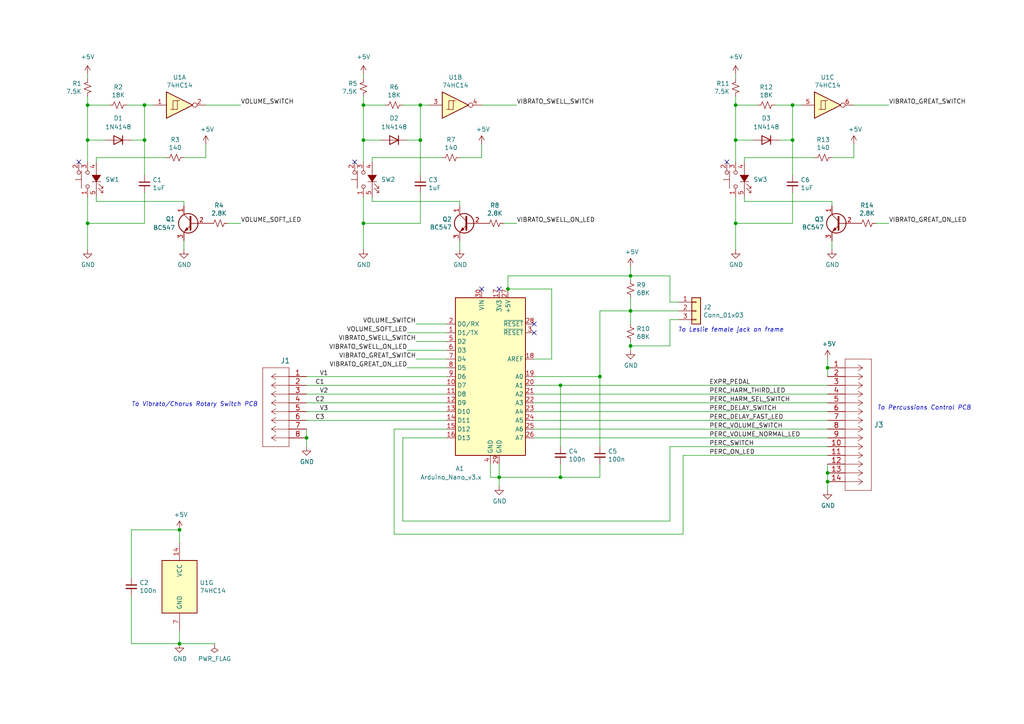
<source format=kicad_sch>
(kicad_sch (version 20211123) (generator eeschema)
  (paper "A4")
  (title_block (title "B3 Vibrato Chorus & Leslie Controls") (date "2022-02-19") (rev "1.0") (company "Picherie"))
  (lib_symbols
    (symbol "74xx:74HC14" (pin_names (offset 1.016))
      (property "Reference" "U" (at 0 1.27 0))
      (property "Value" "74HC14" (at 0 -1.27 0))
      (symbol "74HC14_1_0"
        (polyline (pts (xy -3.81 3.81) (xy -3.81 -3.81) (xy 3.81 0) (xy -3.81 3.81)) (stroke (width 0.254)) (fill (type background)))
        (pin input line (at -7.62 0 0) (length 3.81) (name "~") (number "1"))
        (pin output inverted (at 7.62 0 180) (length 3.81) (name "~") (number "2"))
      )
      (symbol "74HC14_1_1"
        (polyline (pts (xy -1.905 -1.27) (xy -1.905 1.27) (xy -0.635 1.27)))
        (polyline (pts (xy -2.54 -1.27) (xy -0.635 -1.27) (xy -0.635 1.27) (xy 0 1.27)))
      )
      (symbol "74HC14_2_0"
        (polyline (pts (xy -3.81 3.81) (xy -3.81 -3.81) (xy 3.81 0) (xy -3.81 3.81)) (stroke (width 0.254)) (fill (type background)))
        (pin input line (at -7.62 0 0) (length 3.81) (name "~") (number "3"))
        (pin output inverted (at 7.62 0 180) (length 3.81) (name "~") (number "4"))
      )
      (symbol "74HC14_2_1"
        (polyline (pts (xy -1.905 -1.27) (xy -1.905 1.27) (xy -0.635 1.27)))
        (polyline (pts (xy -2.54 -1.27) (xy -0.635 -1.27) (xy -0.635 1.27) (xy 0 1.27)))
      )
      (symbol "74HC14_3_0"
        (polyline (pts (xy -3.81 3.81) (xy -3.81 -3.81) (xy 3.81 0) (xy -3.81 3.81)) (stroke (width 0.254)) (fill (type background)))
        (pin input line (at -7.62 0 0) (length 3.81) (name "~") (number "5"))
        (pin output inverted (at 7.62 0 180) (length 3.81) (name "~") (number "6"))
      )
      (symbol "74HC14_3_1"
        (polyline (pts (xy -1.905 -1.27) (xy -1.905 1.27) (xy -0.635 1.27)))
        (polyline (pts (xy -2.54 -1.27) (xy -0.635 -1.27) (xy -0.635 1.27) (xy 0 1.27)))
      )
      (symbol "74HC14_4_0"
        (polyline (pts (xy -3.81 3.81) (xy -3.81 -3.81) (xy 3.81 0) (xy -3.81 3.81)) (stroke (width 0.254)) (fill (type background)))
        (pin output inverted (at 7.62 0 180) (length 3.81) (name "~") (number "8"))
        (pin input line (at -7.62 0 0) (length 3.81) (name "~") (number "9"))
      )
      (symbol "74HC14_4_1"
        (polyline (pts (xy -1.905 -1.27) (xy -1.905 1.27) (xy -0.635 1.27)))
        (polyline (pts (xy -2.54 -1.27) (xy -0.635 -1.27) (xy -0.635 1.27) (xy 0 1.27)))
      )
      (symbol "74HC14_5_0"
        (polyline (pts (xy -3.81 3.81) (xy -3.81 -3.81) (xy 3.81 0) (xy -3.81 3.81)) (stroke (width 0.254)) (fill (type background)))
        (pin output inverted (at 7.62 0 180) (length 3.81) (name "~") (number "10"))
        (pin input line (at -7.62 0 0) (length 3.81) (name "~") (number "11"))
      )
      (symbol "74HC14_5_1"
        (polyline (pts (xy -1.905 -1.27) (xy -1.905 1.27) (xy -0.635 1.27)))
        (polyline (pts (xy -2.54 -1.27) (xy -0.635 -1.27) (xy -0.635 1.27) (xy 0 1.27)))
      )
      (symbol "74HC14_6_0"
        (polyline (pts (xy -3.81 3.81) (xy -3.81 -3.81) (xy 3.81 0) (xy -3.81 3.81)) (stroke (width 0.254)) (fill (type background)))
        (pin output inverted (at 7.62 0 180) (length 3.81) (name "~") (number "12"))
        (pin input line (at -7.62 0 0) (length 3.81) (name "~") (number "13"))
      )
      (symbol "74HC14_6_1"
        (polyline (pts (xy -1.905 -1.27) (xy -1.905 1.27) (xy -0.635 1.27)))
        (polyline (pts (xy -2.54 -1.27) (xy -0.635 -1.27) (xy -0.635 1.27) (xy 0 1.27)))
      )
      (symbol "74HC14_7_0"
        (pin power_in line (at 0 12.7 270) (length 5.08) (name "VCC") (number "14"))
        (pin power_in line (at 0 -12.7 90) (length 5.08) (name "GND") (number "7"))
      )
      (symbol "74HC14_7_1"
        (rectangle (start -5.08 7.62) (end 5.08 -7.62) (stroke (width 0.254)) (fill (type background)))
      )
    )
    (symbol "B3_Switches_Library:E-SWITCH-SW_Push_LED" (pin_names (offset 1.016) hide)
      (property "Reference" "SW" (at -3.556 6.604 0))
      (property "Value" "E-SWITCH-SW_Push_LED" (at 0 -3.175 0))
      (symbol "E-SWITCH-SW_Push_LED_0_0"
        (polyline (pts (xy -3.81 -1.905) (xy -2.54 -0.635)))
        (polyline (pts (xy -2.54 -1.905) (xy -1.27 -0.635)))
        (polyline (pts (xy -2.54 0) (xy 2.54 0)))
        (polyline (pts (xy -0.635 1.27) (xy -0.635 -1.27)))
        (polyline (pts (xy -3.81 -1.27) (xy -3.81 -1.905) (xy -3.175 -1.905)))
        (polyline (pts (xy -2.54 -1.27) (xy -2.54 -1.905) (xy -1.905 -1.905)))
        (polyline (pts (xy -0.635 0) (xy 1.27 1.27) (xy 1.27 -1.27) (xy -0.635 0)) (fill (type outline)))
      )
      (symbol "E-SWITCH-SW_Push_LED_0_1"
        (circle (center -2.032 2.54) (radius 0.508))
        (polyline (pts (xy 0 4.318) (xy 0 6.096)))
        (polyline (pts (xy 2.54 4.318) (xy -2.54 4.318)))
        (circle (center 2.032 2.54) (radius 0.508))
        (circle (center 2.032 5.08) (radius 0.508))
        (pin passive line (at -5.08 2.54 0) (length 2.54) (name "1") (number "1"))
        (pin passive line (at 5.08 5.08 180) (length 2.54) (name "2") (number "2"))
        (pin passive line (at 5.08 2.54 180) (length 2.54) (name "3") (number "3"))
        (pin passive line (at 5.08 0 180) (length 2.54) (name "A") (number "4"))
        (pin passive line (at -5.08 0 0) (length 2.54) (name "K") (number "5"))
      )
    )
    (symbol "Connector_Generic:Conn_01x03" (pin_names (offset 1.016) hide)
      (property "Reference" "J" (at 0 5.08 0))
      (property "Value" "Conn_01x03" (at 0 -5.08 0))
      (symbol "Conn_01x03_1_1"
        (rectangle (start -1.27 -2.413) (end 0 -2.667) (stroke (width 0.1524)))
        (rectangle (start -1.27 0.127) (end 0 -0.127) (stroke (width 0.1524)))
        (rectangle (start -1.27 2.667) (end 0 2.413) (stroke (width 0.1524)))
        (rectangle (start -1.27 3.81) (end 1.27 -3.81) (stroke (width 0.254)) (fill (type background)))
        (pin passive line (at -5.08 2.54 0) (length 3.81) (name "Pin_1") (number "1"))
        (pin passive line (at -5.08 0 0) (length 3.81) (name "Pin_2") (number "2"))
        (pin passive line (at -5.08 -2.54 0) (length 3.81) (name "Pin_3") (number "3"))
      )
    )
    (symbol "Device:C_Small" (pin_numbers hide) (pin_names (offset 0.254) hide)
      (property "Reference" "C" (at 0.254 1.778 0))
      (property "Value" "C_Small" (at 0.254 -2.032 0))
      (symbol "C_Small_0_1"
        (polyline (pts (xy -1.524 -0.508) (xy 1.524 -0.508)) (stroke (width 0.3302)))
        (polyline (pts (xy -1.524 0.508) (xy 1.524 0.508)) (stroke (width 0.3048)))
      )
      (symbol "C_Small_1_1"
        (pin passive line (at 0 2.54 270) (length 2.032) (name "~") (number "1"))
        (pin passive line (at 0 -2.54 90) (length 2.032) (name "~") (number "2"))
      )
    )
    (symbol "Device:R_Small_US" (pin_numbers hide) (pin_names (offset 0.254) hide)
      (property "Reference" "R" (at 0.762 0.508 0))
      (property "Value" "R_Small_US" (at 0.762 -1.016 0))
      (symbol "R_Small_US_1_1"
        (polyline (pts (xy 0 0) (xy 1.016 -0.381) (xy 0 -0.762) (xy -1.016 -1.143) (xy 0 -1.524)))
        (polyline (pts (xy 0 1.524) (xy 1.016 1.143) (xy 0 0.762) (xy -1.016 0.381) (xy 0 0)))
        (pin passive line (at 0 2.54 270) (length 1.016) (name "~") (number "1"))
        (pin passive line (at 0 -2.54 90) (length 1.016) (name "~") (number "2"))
      )
    )
    (symbol "Diode:1N4148" (pin_numbers hide) (pin_names (offset 1.016) hide)
      (property "Reference" "D" (at 0 2.54 0))
      (property "Value" "1N4148" (at 0 -2.54 0))
      (symbol "1N4148_0_1"
        (polyline (pts (xy -1.27 1.27) (xy -1.27 -1.27)) (stroke (width 0.254)))
        (polyline (pts (xy 1.27 0) (xy -1.27 0)))
        (polyline (pts (xy 1.27 1.27) (xy 1.27 -1.27) (xy -1.27 0) (xy 1.27 1.27)) (stroke (width 0.254)))
      )
      (symbol "1N4148_1_1"
        (pin passive line (at -3.81 0 0) (length 2.54) (name "K") (number "1"))
        (pin passive line (at 3.81 0 180) (length 2.54) (name "A") (number "2"))
      )
    )
    (symbol "MCU_Module:Arduino_Nano_v3.x"
      (property "Reference" "A" (at -10.16 23.495 0))
      (property "Value" "Arduino_Nano_v3.x" (at 5.08 -24.13 0))
      (symbol "Arduino_Nano_v3.x_0_1"
        (rectangle (start -10.16 22.86) (end 10.16 -22.86) (stroke (width 0.254)) (fill (type background)))
      )
      (symbol "Arduino_Nano_v3.x_1_1"
        (pin bidirectional line (at -12.7 12.7 0) (length 2.54) (name "D1/TX") (number "1"))
        (pin bidirectional line (at -12.7 -2.54 0) (length 2.54) (name "D7") (number "10"))
        (pin bidirectional line (at -12.7 -5.08 0) (length 2.54) (name "D8") (number "11"))
        (pin bidirectional line (at -12.7 -7.62 0) (length 2.54) (name "D9") (number "12"))
        (pin bidirectional line (at -12.7 -10.16 0) (length 2.54) (name "D10") (number "13"))
        (pin bidirectional line (at -12.7 -12.7 0) (length 2.54) (name "D11") (number "14"))
        (pin bidirectional line (at -12.7 -15.24 0) (length 2.54) (name "D12") (number "15"))
        (pin bidirectional line (at -12.7 -17.78 0) (length 2.54) (name "D13") (number "16"))
        (pin power_out line (at 2.54 25.4 270) (length 2.54) (name "3V3") (number "17"))
        (pin input line (at 12.7 5.08 180) (length 2.54) (name "AREF") (number "18"))
        (pin bidirectional line (at 12.7 0 180) (length 2.54) (name "A0") (number "19"))
        (pin bidirectional line (at -12.7 15.24 0) (length 2.54) (name "D0/RX") (number "2"))
        (pin bidirectional line (at 12.7 -2.54 180) (length 2.54) (name "A1") (number "20"))
        (pin bidirectional line (at 12.7 -5.08 180) (length 2.54) (name "A2") (number "21"))
        (pin bidirectional line (at 12.7 -7.62 180) (length 2.54) (name "A3") (number "22"))
        (pin bidirectional line (at 12.7 -10.16 180) (length 2.54) (name "A4") (number "23"))
        (pin bidirectional line (at 12.7 -12.7 180) (length 2.54) (name "A5") (number "24"))
        (pin bidirectional line (at 12.7 -15.24 180) (length 2.54) (name "A6") (number "25"))
        (pin bidirectional line (at 12.7 -17.78 180) (length 2.54) (name "A7") (number "26"))
        (pin power_out line (at 5.08 25.4 270) (length 2.54) (name "+5V") (number "27"))
        (pin input line (at 12.7 15.24 180) (length 2.54) (name "~{RESET}") (number "28"))
        (pin power_in line (at 2.54 -25.4 90) (length 2.54) (name "GND") (number "29"))
        (pin input line (at 12.7 12.7 180) (length 2.54) (name "~{RESET}") (number "3"))
        (pin power_in line (at -2.54 25.4 270) (length 2.54) (name "VIN") (number "30"))
        (pin power_in line (at 0 -25.4 90) (length 2.54) (name "GND") (number "4"))
        (pin bidirectional line (at -12.7 10.16 0) (length 2.54) (name "D2") (number "5"))
        (pin bidirectional line (at -12.7 7.62 0) (length 2.54) (name "D3") (number "6"))
        (pin bidirectional line (at -12.7 5.08 0) (length 2.54) (name "D4") (number "7"))
        (pin bidirectional line (at -12.7 2.54 0) (length 2.54) (name "D5") (number "8"))
        (pin bidirectional line (at -12.7 0 0) (length 2.54) (name "D6") (number "9"))
      )
    )
    (symbol "Transistor_BJT:BC547" (pin_names (offset 0) hide)
      (property "Reference" "Q" (at 5.08 1.905 0))
      (property "Value" "BC547" (at 5.08 0 0))
      (symbol "BC547_0_1"
        (polyline (pts (xy 0 0) (xy 0.635 0)))
        (polyline (pts (xy 0.635 0.635) (xy 2.54 2.54)))
        (polyline (pts (xy 0.635 -0.635) (xy 2.54 -2.54) (xy 2.54 -2.54)))
        (polyline (pts (xy 0.635 1.905) (xy 0.635 -1.905) (xy 0.635 -1.905)) (stroke (width 0.508)))
        (polyline (pts (xy 1.27 -1.778) (xy 1.778 -1.27) (xy 2.286 -2.286) (xy 1.27 -1.778) (xy 1.27 -1.778)) (fill (type outline)))
        (circle (center 1.27 0) (radius 2.8194) (stroke (width 0.254)))
      )
      (symbol "BC547_1_1"
        (pin passive line (at 2.54 5.08 270) (length 2.54) (name "C") (number "1"))
        (pin input line (at -5.08 0 0) (length 5.08) (name "B") (number "2"))
        (pin passive line (at 2.54 -5.08 90) (length 2.54) (name "E") (number "3"))
      )
    )
    (symbol "b3_connectors_library:7-215079-8" (pin_names (offset 0.254) hide)
      (property "Reference" "J" (at 8.89 6.35 0))
      (property "Value" "7-215079-8" (at 10.16 -10.16 0))
      (symbol "7-215079-8_1_1"
        (polyline (pts (xy 5.08 -20.32) (xy 12.7 -20.32)) (stroke (width 0.127)))
        (polyline (pts (xy 5.08 2.54) (xy 5.08 -20.32)) (stroke (width 0.127)))
        (polyline (pts (xy 10.16 -17.78) (xy 5.08 -17.78)) (stroke (width 0.127)))
        (polyline (pts (xy 10.16 -17.78) (xy 8.89 -18.6182)) (stroke (width 0.127)))
        (polyline (pts (xy 10.16 -17.78) (xy 8.89 -16.9418)) (stroke (width 0.127)))
        (polyline (pts (xy 10.16 -15.24) (xy 5.08 -15.24)) (stroke (width 0.127)))
        (polyline (pts (xy 10.16 -15.24) (xy 8.89 -16.0782)) (stroke (width 0.127)))
        (polyline (pts (xy 10.16 -15.24) (xy 8.89 -14.4018)) (stroke (width 0.127)))
        (polyline (pts (xy 10.16 -12.7) (xy 5.08 -12.7)) (stroke (width 0.127)))
        (polyline (pts (xy 10.16 -12.7) (xy 8.89 -13.5382)) (stroke (width 0.127)))
        (polyline (pts (xy 10.16 -12.7) (xy 8.89 -11.8618)) (stroke (width 0.127)))
        (polyline (pts (xy 10.16 -10.16) (xy 5.08 -10.16)) (stroke (width 0.127)))
        (polyline (pts (xy 10.16 -10.16) (xy 8.89 -10.9982)) (stroke (width 0.127)))
        (polyline (pts (xy 10.16 -10.16) (xy 8.89 -9.3218)) (stroke (width 0.127)))
        (polyline (pts (xy 10.16 -7.62) (xy 5.08 -7.62)) (stroke (width 0.127)))
        (polyline (pts (xy 10.16 -7.62) (xy 8.89 -8.4582)) (stroke (width 0.127)))
        (polyline (pts (xy 10.16 -7.62) (xy 8.89 -6.7818)) (stroke (width 0.127)))
        (polyline (pts (xy 10.16 -5.08) (xy 5.08 -5.08)) (stroke (width 0.127)))
        (polyline (pts (xy 10.16 -5.08) (xy 8.89 -5.9182)) (stroke (width 0.127)))
        (polyline (pts (xy 10.16 -5.08) (xy 8.89 -4.2418)) (stroke (width 0.127)))
        (polyline (pts (xy 10.16 -2.54) (xy 5.08 -2.54)) (stroke (width 0.127)))
        (polyline (pts (xy 10.16 -2.54) (xy 8.89 -3.3782)) (stroke (width 0.127)))
        (polyline (pts (xy 10.16 -2.54) (xy 8.89 -1.7018)) (stroke (width 0.127)))
        (polyline (pts (xy 10.16 0) (xy 5.08 0)) (stroke (width 0.127)))
        (polyline (pts (xy 10.16 0) (xy 8.89 -0.8382)) (stroke (width 0.127)))
        (polyline (pts (xy 10.16 0) (xy 8.89 0.8382)) (stroke (width 0.127)))
        (polyline (pts (xy 12.7 -20.32) (xy 12.7 2.54)) (stroke (width 0.127)))
        (polyline (pts (xy 12.7 2.54) (xy 5.08 2.54)) (stroke (width 0.127)))
        (pin passive line (at 0 0 0) (length 5.08) (name "1") (number "1"))
        (pin passive line (at 0 -2.54 0) (length 5.08) (name "2") (number "2"))
        (pin passive line (at 0 -5.08 0) (length 5.08) (name "3") (number "3"))
        (pin passive line (at 0 -7.62 0) (length 5.08) (name "4") (number "4"))
        (pin passive line (at 0 -10.16 0) (length 5.08) (name "5") (number "5"))
        (pin passive line (at 0 -12.7 0) (length 5.08) (name "6") (number "6"))
        (pin passive line (at 0 -15.24 0) (length 5.08) (name "7") (number "7"))
        (pin passive line (at 0 -17.78 0) (length 5.08) (name "8") (number "8"))
      )
    )
    (symbol "b3_connectors_library:8-215079-4" (pin_names (offset 0.254) hide)
      (property "Reference" "J" (at 8.89 6.35 0))
      (property "Value" "8-215079-4" (at 10.16 -15.24 0))
      (symbol "8-215079-4_1_1"
        (polyline (pts (xy 5.08 -35.56) (xy 12.7 -35.56)) (stroke (width 0.127)))
        (polyline (pts (xy 5.08 2.54) (xy 5.08 -35.56)) (stroke (width 0.127)))
        (polyline (pts (xy 10.16 -33.02) (xy 5.08 -33.02)) (stroke (width 0.127)))
        (polyline (pts (xy 10.16 -33.02) (xy 8.89 -33.8582)) (stroke (width 0.127)))
        (polyline (pts (xy 10.16 -33.02) (xy 8.89 -32.1818)) (stroke (width 0.127)))
        (polyline (pts (xy 10.16 -30.48) (xy 5.08 -30.48)) (stroke (width 0.127)))
        (polyline (pts (xy 10.16 -30.48) (xy 8.89 -31.3182)) (stroke (width 0.127)))
        (polyline (pts (xy 10.16 -30.48) (xy 8.89 -29.6418)) (stroke (width 0.127)))
        (polyline (pts (xy 10.16 -27.94) (xy 5.08 -27.94)) (stroke (width 0.127)))
        (polyline (pts (xy 10.16 -27.94) (xy 8.89 -28.7782)) (stroke (width 0.127)))
        (polyline (pts (xy 10.16 -27.94) (xy 8.89 -27.1018)) (stroke (width 0.127)))
        (polyline (pts (xy 10.16 -25.4) (xy 5.08 -25.4)) (stroke (width 0.127)))
        (polyline (pts (xy 10.16 -25.4) (xy 8.89 -26.2382)) (stroke (width 0.127)))
        (polyline (pts (xy 10.16 -25.4) (xy 8.89 -24.5618)) (stroke (width 0.127)))
        (polyline (pts (xy 10.16 -22.86) (xy 5.08 -22.86)) (stroke (width 0.127)))
        (polyline (pts (xy 10.16 -22.86) (xy 8.89 -23.6982)) (stroke (width 0.127)))
        (polyline (pts (xy 10.16 -22.86) (xy 8.89 -22.0218)) (stroke (width 0.127)))
        (polyline (pts (xy 10.16 -20.32) (xy 5.08 -20.32)) (stroke (width 0.127)))
        (polyline (pts (xy 10.16 -20.32) (xy 8.89 -21.1582)) (stroke (width 0.127)))
        (polyline (pts (xy 10.16 -20.32) (xy 8.89 -19.4818)) (stroke (width 0.127)))
        (polyline (pts (xy 10.16 -17.78) (xy 5.08 -17.78)) (stroke (width 0.127)))
        (polyline (pts (xy 10.16 -17.78) (xy 8.89 -18.6182)) (stroke (width 0.127)))
        (polyline (pts (xy 10.16 -17.78) (xy 8.89 -16.9418)) (stroke (width 0.127)))
        (polyline (pts (xy 10.16 -15.24) (xy 5.08 -15.24)) (stroke (width 0.127)))
        (polyline (pts (xy 10.16 -15.24) (xy 8.89 -16.0782)) (stroke (width 0.127)))
        (polyline (pts (xy 10.16 -15.24) (xy 8.89 -14.4018)) (stroke (width 0.127)))
        (polyline (pts (xy 10.16 -12.7) (xy 5.08 -12.7)) (stroke (width 0.127)))
        (polyline (pts (xy 10.16 -12.7) (xy 8.89 -13.5382)) (stroke (width 0.127)))
        (polyline (pts (xy 10.16 -12.7) (xy 8.89 -11.8618)) (stroke (width 0.127)))
        (polyline (pts (xy 10.16 -10.16) (xy 5.08 -10.16)) (stroke (width 0.127)))
        (polyline (pts (xy 10.16 -10.16) (xy 8.89 -10.9982)) (stroke (width 0.127)))
        (polyline (pts (xy 10.16 -10.16) (xy 8.89 -9.3218)) (stroke (width 0.127)))
        (polyline (pts (xy 10.16 -7.62) (xy 5.08 -7.62)) (stroke (width 0.127)))
        (polyline (pts (xy 10.16 -7.62) (xy 8.89 -8.4582)) (stroke (width 0.127)))
        (polyline (pts (xy 10.16 -7.62) (xy 8.89 -6.7818)) (stroke (width 0.127)))
        (polyline (pts (xy 10.16 -5.08) (xy 5.08 -5.08)) (stroke (width 0.127)))
        (polyline (pts (xy 10.16 -5.08) (xy 8.89 -5.9182)) (stroke (width 0.127)))
        (polyline (pts (xy 10.16 -5.08) (xy 8.89 -4.2418)) (stroke (width 0.127)))
        (polyline (pts (xy 10.16 -2.54) (xy 5.08 -2.54)) (stroke (width 0.127)))
        (polyline (pts (xy 10.16 -2.54) (xy 8.89 -3.3782)) (stroke (width 0.127)))
        (polyline (pts (xy 10.16 -2.54) (xy 8.89 -1.7018)) (stroke (width 0.127)))
        (polyline (pts (xy 10.16 0) (xy 5.08 0)) (stroke (width 0.127)))
        (polyline (pts (xy 10.16 0) (xy 8.89 -0.8382)) (stroke (width 0.127)))
        (polyline (pts (xy 10.16 0) (xy 8.89 0.8382)) (stroke (width 0.127)))
        (polyline (pts (xy 12.7 -35.56) (xy 12.7 2.54)) (stroke (width 0.127)))
        (polyline (pts (xy 12.7 2.54) (xy 5.08 2.54)) (stroke (width 0.127)))
        (pin passive line (at 0 0 0) (length 5.08) (name "1") (number "1"))
        (pin passive line (at 0 -22.86 0) (length 5.08) (name "10") (number "10"))
        (pin passive line (at 0 -25.4 0) (length 5.08) (name "11") (number "11"))
        (pin passive line (at 0 -27.94 0) (length 5.08) (name "12") (number "12"))
        (pin passive line (at 0 -30.48 0) (length 5.08) (name "13") (number "13"))
        (pin passive line (at 0 -33.02 0) (length 5.08) (name "14") (number "14"))
        (pin passive line (at 0 -2.54 0) (length 5.08) (name "2") (number "2"))
        (pin passive line (at 0 -5.08 0) (length 5.08) (name "3") (number "3"))
        (pin passive line (at 0 -7.62 0) (length 5.08) (name "4") (number "4"))
        (pin passive line (at 0 -10.16 0) (length 5.08) (name "5") (number "5"))
        (pin passive line (at 0 -12.7 0) (length 5.08) (name "6") (number "6"))
        (pin passive line (at 0 -15.24 0) (length 5.08) (name "7") (number "7"))
        (pin passive line (at 0 -17.78 0) (length 5.08) (name "8") (number "8"))
        (pin passive line (at 0 -20.32 0) (length 5.08) (name "9") (number "9"))
      )
    )
    (symbol "power:+5V" (power) (pin_names (offset 0))
      (property "Value" "+5V" (at 0 3.556 0))
      (symbol "+5V_0_1"
        (polyline (pts (xy -0.762 1.27) (xy 0 2.54)))
        (polyline (pts (xy 0 0) (xy 0 2.54)))
        (polyline (pts (xy 0 2.54) (xy 0.762 1.27)))
      )
      (symbol "+5V_1_1"
        (pin power_in line (at 0 0 90) (length 0) hide (name "+5V") (number "1"))
      )
    )
    (symbol "power:GND" (power) (pin_names (offset 0))
      (property "Value" "GND" (at 0 -3.81 0))
      (symbol "GND_0_1"
        (polyline (pts (xy 0 0) (xy 0 -1.27) (xy 1.27 -1.27) (xy 0 -2.54) (xy -1.27 -1.27) (xy 0 -1.27)))
      )
      (symbol "GND_1_1"
        (pin power_in line (at 0 0 270) (length 0) hide (name "GND") (number "1"))
      )
    )
    (symbol "power:PWR_FLAG" (power) (pin_numbers hide) (pin_names (offset 0) hide)
      (property "Value" "PWR_FLAG" (at 0 3.81 0))
      (symbol "PWR_FLAG_0_0"
        (pin power_out line (at 0 0 90) (length 0) (name "pwr") (number "1"))
      )
      (symbol "PWR_FLAG_0_1"
        (polyline (pts (xy 0 0) (xy 0 1.27) (xy -1.016 1.905) (xy 0 2.54) (xy 1.016 1.905) (xy 0 1.27)))
      )
    )
  )
  (junction (at 41.91 40.64))
  (junction (at 41.91 30.48))
  (junction (at 229.87 40.64))
  (junction (at 162.56 138.43))
  (junction (at 144.78 138.43))
  (junction (at 121.92 30.48))
  (junction (at 240.03 137.16))
  (junction (at 213.36 64.77))
  (junction (at 213.36 40.64))
  (junction (at 182.88 90.17))
  (junction (at 52.07 186.69))
  (junction (at 213.36 30.48))
  (junction (at 52.07 153.67))
  (junction (at 25.4 30.48))
  (junction (at 173.99 109.22))
  (junction (at 162.56 111.76))
  (junction (at 229.87 30.48))
  (junction (at 105.41 40.64))
  (junction (at 25.4 40.64))
  (junction (at 88.9 127))
  (junction (at 240.03 139.7))
  (junction (at 240.03 106.68))
  (junction (at 182.88 100.33))
  (junction (at 147.32 83.82))
  (junction (at 25.4 64.77))
  (junction (at 121.92 40.64))
  (junction (at 105.41 30.48))
  (junction (at 182.88 80.01))
  (junction (at 105.41 64.77))
  (no_connect (at 210.82 46.99))
  (no_connect (at 154.94 93.98))
  (no_connect (at 144.78 83.82))
  (no_connect (at 22.86 46.99))
  (no_connect (at 154.94 96.52))
  (no_connect (at 102.87 46.99))
  (no_connect (at 139.7 83.82))
  (wire (pts (xy 147.32 80.01) (xy 147.32 83.82)))
  (wire (pts (xy 116.84 151.13) (xy 194.31 151.13)))
  (wire (pts (xy 52.07 153.67) (xy 52.07 157.48)))
  (wire (pts (xy 114.3 124.46) (xy 129.54 124.46)))
  (wire (pts (xy 38.1 153.67) (xy 38.1 167.64)))
  (wire (pts (xy 194.31 87.63) (xy 194.31 80.01)))
  (wire (pts (xy 213.36 64.77) (xy 213.36 72.39)))
  (wire (pts (xy 121.92 55.88) (xy 121.92 64.77)))
  (wire (pts (xy 241.3 72.39) (xy 241.3 69.85)))
  (wire (pts (xy 107.95 58.42) (xy 133.35 58.42)))
  (wire (pts (xy 241.3 45.72) (xy 247.65 45.72)))
  (wire (pts (xy 25.4 30.48) (xy 25.4 40.64)))
  (wire (pts (xy 173.99 129.54) (xy 173.99 109.22)))
  (wire (pts (xy 118.11 96.52) (xy 129.54 96.52)))
  (wire (pts (xy 142.24 138.43) (xy 144.78 138.43)))
  (wire (pts (xy 241.3 58.42) (xy 241.3 59.69)))
  (wire (pts (xy 27.94 46.99) (xy 27.94 45.72)))
  (wire (pts (xy 240.03 137.16) (xy 240.03 134.62)))
  (wire (pts (xy 25.4 64.77) (xy 25.4 72.39)))
  (wire (pts (xy 213.36 40.64) (xy 213.36 46.99)))
  (wire (pts (xy 66.04 64.77) (xy 69.85 64.77)))
  (wire (pts (xy 162.56 138.43) (xy 144.78 138.43)))
  (wire (pts (xy 27.94 57.15) (xy 27.94 58.42)))
  (wire (pts (xy 121.92 30.48) (xy 121.92 40.64)))
  (wire (pts (xy 25.4 30.48) (xy 31.75 30.48)))
  (wire (pts (xy 36.83 30.48) (xy 41.91 30.48)))
  (wire (pts (xy 118.11 106.68) (xy 129.54 106.68)))
  (wire (pts (xy 105.41 57.15) (xy 105.41 64.77)))
  (wire (pts (xy 154.94 111.76) (xy 162.56 111.76)))
  (wire (pts (xy 139.7 45.72) (xy 139.7 41.91)))
  (wire (pts (xy 41.91 30.48) (xy 41.91 40.64)))
  (wire (pts (xy 114.3 154.94) (xy 198.12 154.94)))
  (wire (pts (xy 41.91 30.48) (xy 44.45 30.48)))
  (wire (pts (xy 160.02 83.82) (xy 160.02 104.14)))
  (wire (pts (xy 154.94 109.22) (xy 173.99 109.22)))
  (wire (pts (xy 154.94 114.3) (xy 240.03 114.3)))
  (wire (pts (xy 182.88 86.36) (xy 182.88 90.17)))
  (wire (pts (xy 154.94 119.38) (xy 240.03 119.38)))
  (wire (pts (xy 240.03 139.7) (xy 240.03 137.16)))
  (wire (pts (xy 129.54 114.3) (xy 88.9 114.3)))
  (wire (pts (xy 27.94 45.72) (xy 48.26 45.72)))
  (wire (pts (xy 25.4 40.64) (xy 25.4 46.99)))
  (wire (pts (xy 240.03 104.14) (xy 240.03 106.68)))
  (wire (pts (xy 182.88 77.47) (xy 182.88 80.01)))
  (wire (pts (xy 114.3 124.46) (xy 114.3 154.94)))
  (wire (pts (xy 215.9 57.15) (xy 215.9 58.42)))
  (wire (pts (xy 25.4 64.77) (xy 41.91 64.77)))
  (wire (pts (xy 53.34 72.39) (xy 53.34 69.85)))
  (wire (pts (xy 52.07 182.88) (xy 52.07 186.69)))
  (wire (pts (xy 229.87 40.64) (xy 229.87 50.8)))
  (wire (pts (xy 105.41 40.64) (xy 110.49 40.64)))
  (wire (pts (xy 173.99 90.17) (xy 173.99 109.22)))
  (wire (pts (xy 62.23 186.69) (xy 52.07 186.69)))
  (wire (pts (xy 154.94 121.92) (xy 240.03 121.92)))
  (wire (pts (xy 194.31 92.71) (xy 194.31 100.33)))
  (wire (pts (xy 154.94 116.84) (xy 240.03 116.84)))
  (wire (pts (xy 182.88 80.01) (xy 182.88 81.28)))
  (wire (pts (xy 194.31 80.01) (xy 182.88 80.01)))
  (wire (pts (xy 213.36 30.48) (xy 213.36 40.64)))
  (wire (pts (xy 213.36 64.77) (xy 229.87 64.77)))
  (wire (pts (xy 154.94 127) (xy 240.03 127)))
  (wire (pts (xy 254 64.77) (xy 257.81 64.77)))
  (wire (pts (xy 59.69 30.48) (xy 69.85 30.48)))
  (wire (pts (xy 226.06 40.64) (xy 229.87 40.64)))
  (wire (pts (xy 182.88 90.17) (xy 182.88 93.98)))
  (wire (pts (xy 196.85 92.71) (xy 194.31 92.71)))
  (wire (pts (xy 213.36 30.48) (xy 219.71 30.48)))
  (wire (pts (xy 25.4 27.94) (xy 25.4 30.48)))
  (wire (pts (xy 53.34 58.42) (xy 53.34 59.69)))
  (wire (pts (xy 105.41 21.59) (xy 105.41 22.86)))
  (wire (pts (xy 88.9 121.92) (xy 129.54 121.92)))
  (wire (pts (xy 116.84 127) (xy 116.84 151.13)))
  (wire (pts (xy 213.36 21.59) (xy 213.36 22.86)))
  (wire (pts (xy 229.87 30.48) (xy 229.87 40.64)))
  (wire (pts (xy 25.4 57.15) (xy 25.4 64.77)))
  (wire (pts (xy 116.84 127) (xy 129.54 127)))
  (wire (pts (xy 144.78 138.43) (xy 144.78 140.97)))
  (wire (pts (xy 129.54 109.22) (xy 88.9 109.22)))
  (wire (pts (xy 88.9 116.84) (xy 129.54 116.84)))
  (wire (pts (xy 182.88 99.06) (xy 182.88 100.33)))
  (wire (pts (xy 142.24 134.62) (xy 142.24 138.43)))
  (wire (pts (xy 121.92 40.64) (xy 121.92 50.8)))
  (wire (pts (xy 146.05 64.77) (xy 149.86 64.77)))
  (wire (pts (xy 162.56 111.76) (xy 240.03 111.76)))
  (wire (pts (xy 105.41 30.48) (xy 105.41 40.64)))
  (wire (pts (xy 173.99 134.62) (xy 173.99 138.43)))
  (wire (pts (xy 88.9 127) (xy 88.9 129.54)))
  (wire (pts (xy 25.4 40.64) (xy 30.48 40.64)))
  (wire (pts (xy 224.79 30.48) (xy 229.87 30.48)))
  (wire (pts (xy 182.88 80.01) (xy 147.32 80.01)))
  (wire (pts (xy 247.65 30.48) (xy 257.81 30.48)))
  (wire (pts (xy 38.1 40.64) (xy 41.91 40.64)))
  (wire (pts (xy 162.56 111.76) (xy 162.56 129.54)))
  (wire (pts (xy 194.31 151.13) (xy 194.31 129.54)))
  (wire (pts (xy 162.56 134.62) (xy 162.56 138.43)))
  (wire (pts (xy 229.87 30.48) (xy 232.41 30.48)))
  (wire (pts (xy 133.35 58.42) (xy 133.35 59.69)))
  (wire (pts (xy 213.36 57.15) (xy 213.36 64.77)))
  (wire (pts (xy 129.54 93.98) (xy 120.65 93.98)))
  (wire (pts (xy 59.69 45.72) (xy 59.69 41.91)))
  (wire (pts (xy 154.94 124.46) (xy 240.03 124.46)))
  (wire (pts (xy 38.1 153.67) (xy 52.07 153.67)))
  (wire (pts (xy 116.84 30.48) (xy 121.92 30.48)))
  (wire (pts (xy 182.88 90.17) (xy 173.99 90.17)))
  (wire (pts (xy 105.41 27.94) (xy 105.41 30.48)))
  (wire (pts (xy 25.4 21.59) (xy 25.4 22.86)))
  (wire (pts (xy 129.54 119.38) (xy 88.9 119.38)))
  (wire (pts (xy 105.41 40.64) (xy 105.41 46.99)))
  (wire (pts (xy 196.85 87.63) (xy 194.31 87.63)))
  (wire (pts (xy 194.31 129.54) (xy 240.03 129.54)))
  (wire (pts (xy 41.91 40.64) (xy 41.91 50.8)))
  (wire (pts (xy 182.88 100.33) (xy 182.88 101.6)))
  (wire (pts (xy 173.99 138.43) (xy 162.56 138.43)))
  (wire (pts (xy 107.95 46.99) (xy 107.95 45.72)))
  (wire (pts (xy 213.36 40.64) (xy 218.44 40.64)))
  (wire (pts (xy 107.95 45.72) (xy 128.27 45.72)))
  (wire (pts (xy 160.02 104.14) (xy 154.94 104.14)))
  (wire (pts (xy 88.9 124.46) (xy 88.9 127)))
  (wire (pts (xy 129.54 99.06) (xy 120.65 99.06)))
  (wire (pts (xy 133.35 72.39) (xy 133.35 69.85)))
  (wire (pts (xy 247.65 45.72) (xy 247.65 41.91)))
  (wire (pts (xy 38.1 172.72) (xy 38.1 186.69)))
  (wire (pts (xy 105.41 64.77) (xy 105.41 72.39)))
  (wire (pts (xy 240.03 139.7) (xy 240.03 142.24)))
  (wire (pts (xy 229.87 55.88) (xy 229.87 64.77)))
  (wire (pts (xy 105.41 64.77) (xy 121.92 64.77)))
  (wire (pts (xy 121.92 30.48) (xy 124.46 30.48)))
  (wire (pts (xy 88.9 111.76) (xy 129.54 111.76)))
  (wire (pts (xy 215.9 58.42) (xy 241.3 58.42)))
  (wire (pts (xy 118.11 101.6) (xy 129.54 101.6)))
  (wire (pts (xy 129.54 104.14) (xy 120.65 104.14)))
  (wire (pts (xy 107.95 57.15) (xy 107.95 58.42)))
  (wire (pts (xy 38.1 186.69) (xy 52.07 186.69)))
  (wire (pts (xy 105.41 30.48) (xy 111.76 30.48)))
  (wire (pts (xy 198.12 132.08) (xy 240.03 132.08)))
  (wire (pts (xy 139.7 30.48) (xy 149.86 30.48)))
  (wire (pts (xy 41.91 55.88) (xy 41.91 64.77)))
  (wire (pts (xy 27.94 58.42) (xy 53.34 58.42)))
  (wire (pts (xy 215.9 45.72) (xy 236.22 45.72)))
  (wire (pts (xy 144.78 134.62) (xy 144.78 138.43)))
  (wire (pts (xy 53.34 45.72) (xy 59.69 45.72)))
  (wire (pts (xy 133.35 45.72) (xy 139.7 45.72)))
  (wire (pts (xy 182.88 90.17) (xy 196.85 90.17)))
  (wire (pts (xy 194.31 100.33) (xy 182.88 100.33)))
  (wire (pts (xy 118.11 40.64) (xy 121.92 40.64)))
  (wire (pts (xy 213.36 27.94) (xy 213.36 30.48)))
  (wire (pts (xy 198.12 154.94) (xy 198.12 132.08)))
  (wire (pts (xy 240.03 109.22) (xy 240.03 106.68)))
  (wire (pts (xy 147.32 83.82) (xy 160.02 83.82)))
  (wire (pts (xy 215.9 46.99) (xy 215.9 45.72)))
  (text "To Leslie female jack on frame" (at 227.33 96.52 180) (effects (font (size 1.27 1.27) italic) (justify right bottom)))
  (text "To Percussions Control PCB" (at 281.686 119.126 180) (effects (font (size 1.27 1.27) italic) (justify right bottom)))
  (text "To Vibrato/Chorus Rotary Switch PCB" (at 38.1 118.11 0) (effects (font (size 1.27 1.27) italic) (justify left bottom)))
  (label "VIBRATO_GREAT_SWITCH" (at 120.65 104.14 180))
  (label "C2" (at 91.44 116.84 0))
  (label "PERC_ON_LED" (at 205.74 132.08 0))
  (label "V2" (at 92.71 114.3 0))
  (label "VIBRATO_SWELL_SWITCH" (at 149.86 30.48 0))
  (label "PERC_DELAY_SWITCH" (at 205.74 119.38 0))
  (label "V1" (at 92.71 109.22 0))
  (label "PERC_SWITCH" (at 205.74 129.54 0))
  (label "VIBRATO_SWELL_SWITCH" (at 120.65 99.06 180))
  (label "VIBRATO_GREAT_SWITCH" (at 257.81 30.48 0))
  (label "PERC_DELAY_FAST_LED" (at 205.74 121.92 0))
  (label "PERC_HARM_SEL_SWITCH" (at 205.74 116.84 0))
  (label "C3" (at 91.44 121.92 0))
  (label "PERC_VOLUME_NORMAL_LED" (at 205.74 127 0))
  (label "PERC_HARM_THIRD_LED" (at 205.74 114.3 0))
  (label "EXPR_PEDAL" (at 205.74 111.76 0))
  (label "VIBRATO_SWELL_ON_LED" (at 149.86 64.77 0))
  (label "VIBRATO_GREAT_ON_LED" (at 118.11 106.68 180))
  (label "PERC_VOLUME_SWITCH" (at 205.74 124.46 0))
  (label "VOLUME_SWITCH" (at 120.65 93.98 180))
  (label "C1" (at 91.44 111.76 0))
  (label "VOLUME_SWITCH" (at 69.85 30.48 0))
  (label "V3" (at 92.71 119.38 0))
  (label "VOLUME_SOFT_LED" (at 69.85 64.77 0))
  (label "VIBRATO_SWELL_ON_LED" (at 118.11 101.6 180))
  (label "VOLUME_SOFT_LED" (at 118.11 96.52 180))
  (label "VIBRATO_GREAT_ON_LED" (at 257.81 64.77 0))
  (symbol (lib_id "MCU_Module:Arduino_Nano_v3.x") (at 142.24 109.22 0) (unit 1)
    (property "Reference" "A1" (at 133.35 135.89 0))
    (property "Value" "Arduino_Nano_v3.x" (at 130.81 138.43 0))
    (property "Footprint" "Module:Arduino_Nano" (effects hide))
    (property "Datasheet" "http://www.mouser.com/pdfdocs/Gravitech_Arduino_Nano3_0.pdf" (effects hide))
  )
  (symbol (lib_id "power:GND") (at 144.78 140.97 0) (unit 1)
    (property "Reference" "#PWR012" (effects hide))
    (property "Value" "GND" (at 144.907 145.3642 0))
  )
  (symbol (lib_id "b3_connectors_library:8-215079-4") (at 240.03 106.68 0) (unit 1)
    (property "Reference" "J3" (at 253.4412 123.19 0) (effects (font (size 1.524 1.524)) (justify left)))
    (property "Value" "8-215079-4" (effects hide))
    (property "Footprint" "b3_connectors_library:MicroMatch_2x07_P1.27mm_Vertical" (effects hide))
    (property "Datasheet" "https://fr.farnell.com/amp-te-connectivity/8-215079-4/embase-entree-sup-14-voies/dp/148647" (effects hide))
  )
  (symbol (lib_id "Connector_Generic:Conn_01x03") (at 201.93 90.17 0) (unit 1)
    (property "Reference" "J2" (at 203.962 89.1032 0) (effects (justify left)))
    (property "Value" "Conn_01x03" (at 203.962 91.4146 0) (effects (justify left)))
    (property "Footprint" "Connector_PinHeader_2.54mm:PinHeader_1x03_P2.54mm_Vertical" (effects hide))
    (property "Datasheet" "https://fr.farnell.com/multicomp-pro/mp008514/bornier-fil-a-carte-3-voies-18awg/dp/3817461" (effects hide))
  )
  (symbol (lib_id "b3_connectors_library:7-215079-8") (at 88.9 109.22 0) (mirror y) (unit 1)
    (property "Reference" "J1" (at 82.7532 104.6226 0) (effects (font (size 1.524 1.524))))
    (property "Value" "7-215079-8" (effects hide))
    (property "Footprint" "b3_connectors_library:MicroMatch_2x04_P1.27mm_Vertical" (effects hide))
    (property "Datasheet" "https://fr.farnell.com/amp-te-connectivity/215079-8/connecteur-8-voies-vertical-pas/dp/1773005" (effects hide))
  )
  (symbol (lib_id "power:GND") (at 88.9 129.54 0) (unit 1)
    (property "Reference" "#PWR07" (effects hide))
    (property "Value" "GND" (at 89.027 133.9342 0))
  )
  (symbol (lib_id "power:+5V") (at 240.03 104.14 0) (unit 1)
    (property "Reference" "#PWR017" (effects hide))
    (property "Value" "+5V" (at 240.411 99.7458 0))
  )
  (symbol (lib_id "power:PWR_FLAG") (at 62.23 186.69 0) (mirror x) (unit 1)
    (property "Reference" "#FLG01" (effects hide))
    (property "Value" "PWR_FLAG" (at 62.23 191.0842 0))
  )
  (symbol (lib_id "Device:C_Small") (at 173.99 132.08 0) (unit 1)
    (property "Reference" "C5" (at 176.3268 130.9116 0) (effects (justify left)))
    (property "Value" "100n" (at 176.3268 133.223 0) (effects (justify left)))
    (property "Footprint" "Capacitor_SMD:C_1206_3216Metric_Pad1.33x1.80mm_HandSolder" (effects hide))
    (property "Datasheet" "https://fr.farnell.com/kemet/c1206f104k3ractu/condensateur-0-1-f-25v-10-x7r/dp/2581109" (effects hide))
  )
  (symbol (lib_id "power:GND") (at 240.03 142.24 0) (unit 1)
    (property "Reference" "#PWR018" (effects hide))
    (property "Value" "GND" (at 240.157 146.6342 0))
  )
  (symbol (lib_id "74xx:74HC14") (at 52.07 170.18 0) (unit 7)
    (property "Reference" "U1" (at 57.912 169.0116 0) (effects (justify left)))
    (property "Value" "74HC14" (at 57.912 171.323 0) (effects (justify left)))
    (property "Footprint" "Package_SO:SOIC-14_3.9x8.7mm_P1.27mm" (effects hide))
    (property "Datasheet" "https://fr.farnell.com/on-semiconductor/74ac14sc/circuit-logique-74ac-cmos-cms/dp/1014141?st=inverseur%20trigger%20schmitt%20dil" (effects hide))
  )
  (symbol (lib_id "Device:C_Small") (at 38.1 170.18 0) (unit 1)
    (property "Reference" "C2" (at 40.4368 169.0116 0) (effects (justify left)))
    (property "Value" "100n" (at 40.4368 171.323 0) (effects (justify left)))
    (property "Footprint" "Capacitor_SMD:C_1206_3216Metric_Pad1.33x1.80mm_HandSolder" (effects hide))
    (property "Datasheet" "https://fr.farnell.com/kemet/c1206f104k3ractu/condensateur-0-1-f-25v-10-x7r/dp/2581109" (effects hide))
  )
  (symbol (lib_id "power:+5V") (at 52.07 153.67 0) (unit 1)
    (property "Reference" "#PWR03" (effects hide))
    (property "Value" "+5V" (at 52.451 149.2758 0))
  )
  (symbol (lib_id "power:GND") (at 52.07 186.69 0) (unit 1)
    (property "Reference" "#PWR04" (effects hide))
    (property "Value" "GND" (at 52.197 191.0842 0))
  )
  (symbol (lib_id "Device:C_Small") (at 162.56 132.08 0) (unit 1)
    (property "Reference" "C4" (at 164.8968 130.9116 0) (effects (justify left)))
    (property "Value" "100n" (at 164.8968 133.223 0) (effects (justify left)))
    (property "Footprint" "Capacitor_SMD:C_1206_3216Metric_Pad1.33x1.80mm_HandSolder" (effects hide))
    (property "Datasheet" "https://fr.farnell.com/kemet/c1206f104k3ractu/condensateur-0-1-f-25v-10-x7r/dp/2581109" (effects hide))
  )
  (symbol (lib_id "Device:R_Small_US") (at 182.88 83.82 0) (unit 1)
    (property "Reference" "R9" (at 184.6072 82.6516 0) (effects (justify left)))
    (property "Value" "68K" (at 184.6072 84.963 0) (effects (justify left)))
    (property "Footprint" "Resistor_SMD:R_1206_3216Metric_Pad1.30x1.75mm_HandSolder" (effects hide))
    (property "Datasheet" "https://fr.farnell.com/multicomp-pro/mp003755/res-68k-1-0-25w-1206-couche-epaisse/dp/3392955" (effects hide))
  )
  (symbol (lib_id "Device:R_Small_US") (at 182.88 96.52 0) (unit 1)
    (property "Reference" "R10" (at 184.6072 95.3516 0) (effects (justify left)))
    (property "Value" "68K" (at 184.6072 97.663 0) (effects (justify left)))
    (property "Footprint" "Resistor_SMD:R_1206_3216Metric_Pad1.30x1.75mm_HandSolder" (effects hide))
    (property "Datasheet" "https://fr.farnell.com/multicomp-pro/mp003755/res-68k-1-0-25w-1206-couche-epaisse/dp/3392955" (effects hide))
  )
  (symbol (lib_id "power:+5V") (at 182.88 77.47 0) (unit 1)
    (property "Reference" "#PWR013" (effects hide))
    (property "Value" "+5V" (at 183.261 73.0758 0))
  )
  (symbol (lib_id "power:GND") (at 182.88 101.6 0) (unit 1)
    (property "Reference" "#PWR014" (effects hide))
    (property "Value" "GND" (at 183.007 105.9942 0))
  )
  (symbol (lib_id "Device:R_Small_US") (at 34.29 30.48 270) (unit 1)
    (property "Reference" "R2" (at 34.29 25.273 90))
    (property "Value" "18K" (at 34.29 27.5844 90))
    (property "Footprint" "Resistor_SMD:R_1206_3216Metric_Pad1.30x1.75mm_HandSolder" (effects hide))
    (property "Datasheet" "https://fr.farnell.com/multicomp/mcwr12x1802ftl/resistance-thick-film-18kohm-1/dp/2447472" (effects hide))
  )
  (symbol (lib_id "Transistor_BJT:BC547") (at 243.84 64.77 0) (mirror y) (unit 1)
    (property "Reference" "Q3" (at 238.9886 63.6016 0) (effects (justify left)))
    (property "Value" "BC547" (at 238.9886 65.913 0) (effects (justify left)))
    (property "Footprint" "Package_TO_SOT_THT:TO-92_Inline" (effects hide))
    (property "Datasheet" "https://fr.farnell.com/on-semiconductor/bc547cbu/transistor-bipol-npn-45v-to-92/dp/2453791?st=bc547" (effects hide))
  )
  (symbol (lib_id "power:GND") (at 241.3 72.39 0) (unit 1)
    (property "Reference" "#PWR019" (effects hide))
    (property "Value" "GND" (at 241.427 76.7842 0))
  )
  (symbol (lib_id "Device:C_Small") (at 121.92 53.34 0) (unit 1)
    (property "Reference" "C3" (at 124.2568 52.1716 0) (effects (justify left)))
    (property "Value" "1uF" (at 124.2568 54.483 0) (effects (justify left)))
    (property "Footprint" "Capacitor_SMD:C_1206_3216Metric_Pad1.33x1.80mm_HandSolder" (effects hide))
    (property "Datasheet" "https://fr.farnell.com/kemet/c1206c105m3racauto/condensateur-1-f-25v-20-x7r-1206/dp/2905767" (effects hide))
  )
  (symbol (lib_id "Device:R_Small_US") (at 63.5 64.77 270) (unit 1)
    (property "Reference" "R4" (at 63.5 59.563 90))
    (property "Value" "2.8K" (at 63.5 61.8744 90))
    (property "Footprint" "Resistor_SMD:R_1206_3216Metric_Pad1.30x1.75mm_HandSolder" (effects hide))
    (property "Datasheet" "https://fr.farnell.com/panasonic/erj8enf2801v/res-couche-epaisse-2-8k-1-0-25w/dp/2307588" (effects hide))
  )
  (symbol (lib_id "Device:R_Small_US") (at 213.36 25.4 0) (mirror y) (unit 1)
    (property "Reference" "R11" (at 211.6328 24.2316 0) (effects (justify left)))
    (property "Value" "7.5K" (at 211.6328 26.543 0) (effects (justify left)))
    (property "Footprint" "Resistor_SMD:R_1206_3216Metric_Pad1.30x1.75mm_HandSolder" (effects hide))
    (property "Datasheet" "https://fr.farnell.com/tt-electronics-welwyn/wcr1206-7k5fi/res-couche-epaisse-7-5k-1-0-25w/dp/1100215" (effects hide))
  )
  (symbol (lib_id "Diode:1N4148") (at 34.29 40.64 0) (mirror y) (unit 1)
    (property "Reference" "D1" (at 34.29 34.29 0))
    (property "Value" "1N4148" (at 34.29 36.83 0))
    (property "Footprint" "Diode_THT:D_DO-35_SOD27_P7.62mm_Horizontal" (effects hide))
    (property "Datasheet" "https://fr.farnell.com/on-semiconductor/1n4148tr/diode-tres-rapide-do-35/dp/9843680" (effects hide))
  )
  (symbol (lib_id "Transistor_BJT:BC547") (at 135.89 64.77 0) (mirror y) (unit 1)
    (property "Reference" "Q2" (at 131.0386 63.6016 0) (effects (justify left)))
    (property "Value" "BC547" (at 131.0386 65.913 0) (effects (justify left)))
    (property "Footprint" "Package_TO_SOT_THT:TO-92_Inline" (effects hide))
    (property "Datasheet" "https://fr.farnell.com/on-semiconductor/bc547cbu/transistor-bipol-npn-45v-to-92/dp/2453791?st=bc547" (effects hide))
  )
  (symbol (lib_id "power:+5V") (at 213.36 21.59 0) (unit 1)
    (property "Reference" "#PWR015" (effects hide))
    (property "Value" "+5V" (at 213.36 16.51 0))
  )
  (symbol (lib_id "Device:R_Small_US") (at 105.41 25.4 0) (mirror y) (unit 1)
    (property "Reference" "R5" (at 103.6828 24.2316 0) (effects (justify left)))
    (property "Value" "7.5K" (at 103.6828 26.543 0) (effects (justify left)))
    (property "Footprint" "Resistor_SMD:R_1206_3216Metric_Pad1.30x1.75mm_HandSolder" (effects hide))
    (property "Datasheet" "https://fr.farnell.com/tt-electronics-welwyn/wcr1206-7k5fi/res-couche-epaisse-7-5k-1-0-25w/dp/1100215" (effects hide))
  )
  (symbol (lib_id "B3_Switches_Library:E-SWITCH-SW_Push_LED") (at 27.94 52.07 90) (unit 1)
    (property "Reference" "SW1" (at 30.5308 52.07 90) (effects (justify right)))
    (property "Value" "E-SWITCH-SW_Push_LED" (effects hide))
    (property "Footprint" "b3_buttons_library:5511MBLKRED" (effects hide))
    (property "Datasheet" "https://www.digikey.fr/product-detail/fr/e-switch/5511MBLKRED/EG1715-ND/271592" (effects hide))
  )
  (symbol (lib_id "B3_Switches_Library:E-SWITCH-SW_Push_LED") (at 107.95 52.07 90) (unit 1)
    (property "Reference" "SW2" (at 110.5408 52.07 90) (effects (justify right)))
    (property "Value" "E-SWITCH-SW_Push_LED" (effects hide))
    (property "Footprint" "b3_buttons_library:5511MBLKRED" (effects hide))
    (property "Datasheet" "https://www.digikey.fr/product-detail/fr/e-switch/5511MBLKRED/EG1715-ND/271592" (effects hide))
  )
  (symbol (lib_id "74xx:74HC14") (at 240.03 30.48 0) (unit 3)
    (property "Reference" "U1" (at 240.03 22.4282 0))
    (property "Value" "74HC14" (at 240.03 24.7396 0))
    (property "Footprint" "Package_SO:SOIC-14_3.9x8.7mm_P1.27mm" (effects hide))
    (property "Datasheet" "https://fr.farnell.com/on-semiconductor/74ac14sc/circuit-logique-74ac-cmos-cms/dp/1014141?st=inverseur%20trigger%20schmitt%20dil" (effects hide))
  )
  (symbol (lib_id "Diode:1N4148") (at 114.3 40.64 0) (mirror y) (unit 1)
    (property "Reference" "D2" (at 114.3 34.29 0))
    (property "Value" "1N4148" (at 114.3 36.83 0))
    (property "Footprint" "Diode_THT:D_DO-35_SOD27_P7.62mm_Horizontal" (effects hide))
    (property "Datasheet" "https://fr.farnell.com/on-semiconductor/1n4148tr/diode-tres-rapide-do-35/dp/9843680" (effects hide))
  )
  (symbol (lib_id "Device:R_Small_US") (at 251.46 64.77 270) (unit 1)
    (property "Reference" "R14" (at 251.46 59.563 90))
    (property "Value" "2.8K" (at 251.46 61.8744 90))
    (property "Footprint" "Resistor_SMD:R_1206_3216Metric_Pad1.30x1.75mm_HandSolder" (effects hide))
    (property "Datasheet" "https://fr.farnell.com/panasonic/erj8enf2801v/res-couche-epaisse-2-8k-1-0-25w/dp/2307588" (effects hide))
  )
  (symbol (lib_id "Device:R_Small_US") (at 114.3 30.48 270) (unit 1)
    (property "Reference" "R6" (at 114.3 25.273 90))
    (property "Value" "18K" (at 114.3 27.5844 90))
    (property "Footprint" "Resistor_SMD:R_1206_3216Metric_Pad1.30x1.75mm_HandSolder" (effects hide))
    (property "Datasheet" "https://fr.farnell.com/multicomp/mcwr12x1802ftl/resistance-thick-film-18kohm-1/dp/2447472" (effects hide))
  )
  (symbol (lib_id "power:+5V") (at 105.41 21.59 0) (unit 1)
    (property "Reference" "#PWR08" (effects hide))
    (property "Value" "+5V" (at 105.41 16.51 0))
  )
  (symbol (lib_id "Transistor_BJT:BC547") (at 55.88 64.77 0) (mirror y) (unit 1)
    (property "Reference" "Q1" (at 50.8 63.4999 0) (effects (justify left)))
    (property "Value" "BC547" (at 50.8 66.0399 0) (effects (justify left)))
    (property "Footprint" "Package_TO_SOT_THT:TO-92_Inline" (effects hide))
    (property "Datasheet" "https://fr.farnell.com/on-semiconductor/bc547cbu/transistor-bipol-npn-45v-to-92/dp/2453791?st=bc547" (effects hide))
  )
  (symbol (lib_id "power:+5V") (at 59.69 41.91 0) (unit 1)
    (property "Reference" "#PWR06" (effects hide))
    (property "Value" "+5V" (at 60.071 37.5158 0))
  )
  (symbol (lib_id "Device:R_Small_US") (at 50.8 45.72 270) (unit 1)
    (property "Reference" "R3" (at 50.8 40.513 90))
    (property "Value" "140" (at 50.8 42.8244 90))
    (property "Footprint" "Resistor_SMD:R_1206_3216Metric_Pad1.30x1.75mm_HandSolder" (effects hide))
    (property "Datasheet" "https://fr.farnell.com/yageo/rc1206fr-07140rl/res-140r-1-0-25w-1206-couche-epaisse/dp/3496151" (effects hide))
  )
  (symbol (lib_id "power:GND") (at 133.35 72.39 0) (unit 1)
    (property "Reference" "#PWR010" (effects hide))
    (property "Value" "GND" (at 133.477 76.7842 0))
  )
  (symbol (lib_id "74xx:74HC14") (at 52.07 30.48 0) (unit 1)
    (property "Reference" "U1" (at 52.07 22.4282 0))
    (property "Value" "74HC14" (at 52.07 24.7396 0))
    (property "Footprint" "Package_SO:SOIC-14_3.9x8.7mm_P1.27mm" (effects hide))
    (property "Datasheet" "https://fr.farnell.com/on-semiconductor/74ac14sc/circuit-logique-74ac-cmos-cms/dp/1014141?st=inverseur%20trigger%20schmitt%20dil" (effects hide))
  )
  (symbol (lib_id "B3_Switches_Library:E-SWITCH-SW_Push_LED") (at 215.9 52.07 90) (unit 1)
    (property "Reference" "SW3" (at 218.4908 52.07 90) (effects (justify right)))
    (property "Value" "E-SWITCH-SW_Push_LED" (effects hide))
    (property "Footprint" "b3_buttons_library:5511MBLKRED" (effects hide))
    (property "Datasheet" "https://www.digikey.fr/product-detail/fr/e-switch/5511MBLKRED/EG1715-ND/271592" (effects hide))
  )
  (symbol (lib_id "power:GND") (at 105.41 72.39 0) (unit 1)
    (property "Reference" "#PWR09" (effects hide))
    (property "Value" "GND" (at 105.537 76.7842 0))
  )
  (symbol (lib_id "power:GND") (at 213.36 72.39 0) (unit 1)
    (property "Reference" "#PWR016" (effects hide))
    (property "Value" "GND" (at 213.487 76.7842 0))
  )
  (symbol (lib_id "Diode:1N4148") (at 222.25 40.64 0) (mirror y) (unit 1)
    (property "Reference" "D3" (at 222.25 34.29 0))
    (property "Value" "1N4148" (at 222.25 36.83 0))
    (property "Footprint" "Diode_THT:D_DO-35_SOD27_P7.62mm_Horizontal" (effects hide))
    (property "Datasheet" "https://fr.farnell.com/on-semiconductor/1n4148tr/diode-tres-rapide-do-35/dp/9843680" (effects hide))
  )
  (symbol (lib_id "Device:R_Small_US") (at 25.4 25.4 0) (mirror y) (unit 1)
    (property "Reference" "R1" (at 23.6728 24.2316 0) (effects (justify left)))
    (property "Value" "7.5K" (at 23.6728 26.543 0) (effects (justify left)))
    (property "Footprint" "Resistor_SMD:R_1206_3216Metric_Pad1.30x1.75mm_HandSolder" (effects hide))
    (property "Datasheet" "https://fr.farnell.com/tt-electronics-welwyn/wcr1206-7k5fi/res-couche-epaisse-7-5k-1-0-25w/dp/1100215" (effects hide))
  )
  (symbol (lib_id "power:+5V") (at 25.4 21.59 0) (unit 1)
    (property "Reference" "#PWR01" (effects hide))
    (property "Value" "+5V" (at 25.4 16.51 0))
  )
  (symbol (lib_id "Device:C_Small") (at 229.87 53.34 0) (unit 1)
    (property "Reference" "C6" (at 232.2068 52.1716 0) (effects (justify left)))
    (property "Value" "1uF" (at 232.2068 54.483 0) (effects (justify left)))
    (property "Footprint" "Capacitor_SMD:C_1206_3216Metric_Pad1.33x1.80mm_HandSolder" (effects hide))
    (property "Datasheet" "https://fr.farnell.com/kemet/c1206c105m3racauto/condensateur-1-f-25v-20-x7r-1206/dp/2905767" (effects hide))
  )
  (symbol (lib_id "Device:R_Small_US") (at 238.76 45.72 270) (unit 1)
    (property "Reference" "R13" (at 238.76 40.513 90))
    (property "Value" "140" (at 238.76 42.8244 90))
    (property "Footprint" "Resistor_SMD:R_1206_3216Metric_Pad1.30x1.75mm_HandSolder" (effects hide))
    (property "Datasheet" "https://fr.farnell.com/yageo/rc1206fr-07140rl/res-140r-1-0-25w-1206-couche-epaisse/dp/3496151" (effects hide))
  )
  (symbol (lib_id "power:GND") (at 25.4 72.39 0) (unit 1)
    (property "Reference" "#PWR02" (effects hide))
    (property "Value" "GND" (at 25.527 76.7842 0))
  )
  (symbol (lib_id "74xx:74HC14") (at 132.08 30.48 0) (unit 2)
    (property "Reference" "U1" (at 132.08 22.4282 0))
    (property "Value" "74HC14" (at 132.08 24.7396 0))
    (property "Footprint" "Package_SO:SOIC-14_3.9x8.7mm_P1.27mm" (effects hide))
    (property "Datasheet" "https://fr.farnell.com/on-semiconductor/74ac14sc/circuit-logique-74ac-cmos-cms/dp/1014141?st=inverseur%20trigger%20schmitt%20dil" (effects hide))
  )
  (symbol (lib_id "power:+5V") (at 247.65 41.91 0) (unit 1)
    (property "Reference" "#PWR020" (effects hide))
    (property "Value" "+5V" (at 248.031 37.5158 0))
  )
  (symbol (lib_id "Device:R_Small_US") (at 143.51 64.77 270) (unit 1)
    (property "Reference" "R8" (at 143.51 59.563 90))
    (property "Value" "2.8K" (at 143.51 61.8744 90))
    (property "Footprint" "Resistor_SMD:R_1206_3216Metric_Pad1.30x1.75mm_HandSolder" (effects hide))
    (property "Datasheet" "https://fr.farnell.com/panasonic/erj8enf2801v/res-couche-epaisse-2-8k-1-0-25w/dp/2307588" (effects hide))
  )
  (symbol (lib_id "Device:C_Small") (at 41.91 53.34 0) (unit 1)
    (property "Reference" "C1" (at 44.2468 52.1716 0) (effects (justify left)))
    (property "Value" "1uF" (at 44.2468 54.483 0) (effects (justify left)))
    (property "Footprint" "Capacitor_SMD:C_1206_3216Metric_Pad1.33x1.80mm_HandSolder" (effects hide))
    (property "Datasheet" "https://fr.farnell.com/kemet/c1206c105m3racauto/condensateur-1-f-25v-20-x7r-1206/dp/2905767" (effects hide))
  )
  (symbol (lib_id "Device:R_Small_US") (at 222.25 30.48 270) (unit 1)
    (property "Reference" "R12" (at 222.25 25.273 90))
    (property "Value" "18K" (at 222.25 27.5844 90))
    (property "Footprint" "Resistor_SMD:R_1206_3216Metric_Pad1.30x1.75mm_HandSolder" (effects hide))
    (property "Datasheet" "https://fr.farnell.com/multicomp/mcwr12x1802ftl/resistance-thick-film-18kohm-1/dp/2447472" (effects hide))
  )
  (symbol (lib_id "power:GND") (at 53.34 72.39 0) (unit 1)
    (property "Reference" "#PWR05" (effects hide))
    (property "Value" "GND" (at 53.467 76.7842 0))
  )
  (symbol (lib_id "Device:R_Small_US") (at 130.81 45.72 270) (unit 1)
    (property "Reference" "R7" (at 130.81 40.513 90))
    (property "Value" "140" (at 130.81 42.8244 90))
    (property "Footprint" "Resistor_SMD:R_1206_3216Metric_Pad1.30x1.75mm_HandSolder" (effects hide))
    (property "Datasheet" "https://fr.farnell.com/yageo/rc1206fr-07140rl/res-140r-1-0-25w-1206-couche-epaisse/dp/3496151" (effects hide))
  )
  (symbol (lib_id "power:+5V") (at 139.7 41.91 0) (unit 1)
    (property "Reference" "#PWR011" (effects hide))
    (property "Value" "+5V" (at 140.081 37.5158 0))
  )
)
</source>
